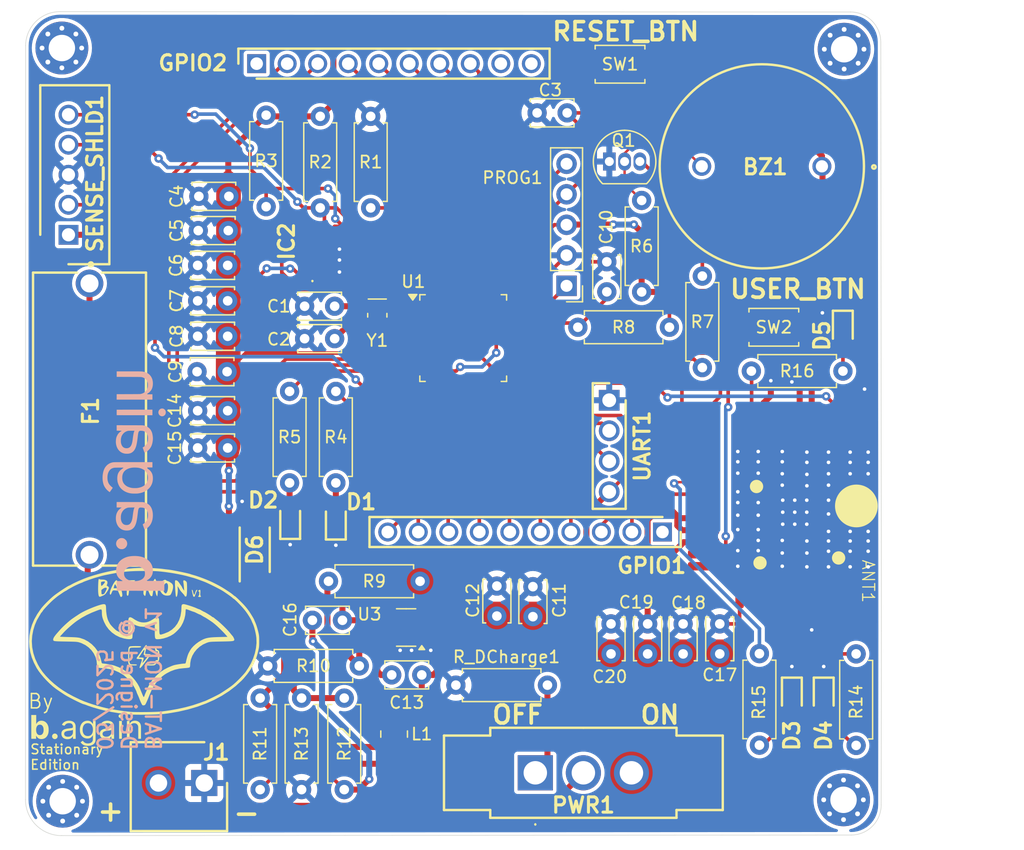
<source format=kicad_pcb>
(kicad_pcb (version 20240108) (generator "pcbnew") (generator_version "8.0")
  (title_block (title "Bat-mon v1 - Stationary Edition") (date "2025-03-12"))
  (layers (0 "F.Cu" signal) (31 "B.Cu" power) (34 "B.Paste" user) (35 "F.Paste" user) (36 "B.SilkS" user "B.Silkscreen") (37 "F.SilkS" user "F.Silkscreen") (38 "B.Mask" user) (39 "F.Mask" user) (44 "Edge.Cuts" user))
  (net 0 "")
  (net 1 "Net-(BZ1--)")
  (net 2 "+3.3V")
  (net 3 "Net-(U1-PC14)")
  (net 4 "GND")
  (net 5 "Net-(U1-PC15)")
  (net 6 "NRST")
  (net 7 "USER_BTN")
  (net 8 "VCC")
  (net 9 "Net-(U3-BOOT)")
  (net 10 "SW")
  (net 11 "Net-(C16-Pad2)")
  (net 12 "FB")
  (net 13 "Net-(D1-A)")
  (net 14 "Net-(D2-A)")
  (net 15 "PB2")
  (net 16 "PB1")
  (net 17 "PA4")
  (net 18 "PB12")
  (net 19 "PA5")
  (net 20 "PB13")
  (net 21 "PA6")
  (net 22 "PA7")
  (net 23 "PB0")
  (net 24 "PB4")
  (net 25 "PB6")
  (net 26 "PB3")
  (net 27 "PA1")
  (net 30 "PA0")
  (net 32 "PA15")
  (net 33 "PB5")
  (net 34 "WC")
  (net 37 "I2C1_SCL")
  (net 39 "I2C1_SDA")
  (net 40 "SWCLK")
  (net 41 "SWDIO")
  (net 42 "Net-(PWR1-A)")
  (net 43 "Net-(R8-Pad2)")
  (net 44 "Net-(Q1-B)")
  (net 45 "USER_LED")
  (net 46 "SYS_LED")
  (net 47 "Net-(U1-BOOT0)")
  (net 48 "ALARM_PWM")
  (net 49 "Net-(U3-EN)")
  (net 50 "Net-(PWR1-B)")
  (net 51 "RF_MOD_CTRL")
  (net 53 "USART2_RX")
  (net 54 "LPUART1_TX")
  (net 55 "INT_SENSOR")
  (net 57 "LPUART1_RX")
  (net 59 "USART2_TX")
  (net 61 "+24V")
  (net 64 "RF_MOD_RESET")
  (net 66 "BLE_STATUS_1")
  (net 67 "BLE_STATUS_2")
  (net 76 "Net-(D3-A)")
  (net 79 "Net-(D4-A)")
  (net 81 "BLE_STATUS")
  (net 82 "Net-(D5-A)")
  (footprint "Mouser_Footprints:SODFL4725X105N" (layer "F.Cu") (at 153.3 87.125 90)
    (property "Reference" "D6")
    (property "Value" "PTVS18VZ1USK" (hide yes))
  )
  (footprint "Package_TO_SOT_THT:TO-92_Inline" (layer "F.Cu") (at 182.81 54.8)
    (property "Reference" "Q1")
    (property "Value" "2SC1815")
  )
  (footprint "Capacitor_THT:C_Disc_D3.4mm_W2.1mm_P2.50mm" (layer "F.Cu") (at 151.05 75.55 180)
    (property "Reference" "C14")
    (property "Value" "22uF")
  )
  (footprint "Resistor_THT:R_Axial_DIN0207_L6.3mm_D2.5mm_P7.62mm_Horizontal" (layer "F.Cu") (at 154.25 58.56 90)
    (property "Reference" "R3")
    (property "Value" "2.2k")
  )
  (footprint "Capacitor_THT:C_Disc_D3.4mm_W2.1mm_P2.50mm" (layer "F.Cu") (at 182.95 93.3 -90)
    (property "Reference" "C20")
    (property "Value" "4.7uF")
  )
  (footprint "MountingHole:MountingHole_2.2mm_M2_Pad_Via" (layer "F.Cu") (at 202.3 107.95)
    (property "Reference" "H3" (hide yes))
    (property "Value" "MountingHole")
  )
  (footprint "LOGO" (layer "F.Cu") (at 139.25 102.15)
    (property "Reference" "G***" (hide yes))
    (property "Value" "LOGO" (hide yes))
  )
  (footprint "Mouser_Footprints:Header_F_1X10_61301011821" (layer "F.Cu") (at 187.23 85.65 180)
    (property "Reference" "GPIO1")
    (property "Value" "GPIO" (hide yes))
  )
  (footprint "MountingHole:MountingHole_2.2mm_M2_Pad_Via" (layer "F.Cu") (at 137.316726 108.066726)
    (property "Reference" "H4" (hide yes))
    (property "Value" "MountingHole")
  )
  (footprint "Resistor_THT:R_Axial_DIN0207_L6.3mm_D2.5mm_P7.62mm_Horizontal" (layer "F.Cu") (at 185.5 65.66 90)
    (property "Reference" "R6")
    (property "Value" "1k")
  )
  (footprint "Resistor_THT:R_Axial_DIN0207_L6.3mm_D2.5mm_P7.62mm_Horizontal" (layer "F.Cu") (at 154.38 96.8)
    (property "Reference" "R10")
    (property "Value" "100k")
  )
  (footprint "Capacitor_THT:C_Disc_D3.4mm_W2.1mm_P2.50mm" (layer "F.Cu") (at 148.5 72.3)
    (property "Reference" "C9")
    (property "Value" "100n")
  )
  (footprint "Package_TO_SOT_SMD:SOT-23-6" (layer "F.Cu") (at 165.9 93.6 180)
    (property "Reference" "U3")
    (property "Value" "TPS54302")
  )
  (footprint "Mouser_Footprints:RNBD350PE-I100 - BLE Module" (layer "F.Cu") (at 209.95 77.3 -90)
    (property "Reference" "ANT1")
    (property "Value" "RNBD350PE-I100")
  )
  (footprint "Mouser_Footprints:LEDC1608X80N" (layer "F.Cu") (at 200.65 99.35 -90)
    (property "Reference" "D4")
    (property "Value" "BLE_1" (hide yes))
  )
  (footprint "Resistor_THT:R_Axial_DIN0207_L6.3mm_D2.5mm_P7.62mm_Horizontal" (layer "F.Cu") (at 202.25 72.25 180)
    (property "Reference" "R16")
    (property "Value" "1K")
  )
  (footprint "Capacitor_THT:C_Disc_D3.4mm_W2.1mm_P2.50mm" (layer "F.Cu") (at 160.6 93 180)
    (property "Reference" "C16")
    (property "Value" "75pF")
  )
  (footprint "Mouser_Footprints:SHDR2W90P0X381_1X2_802X740X850P" (layer "F.Cu") (at 149.1 106.55 180)
    (property "Reference" "J1")
    (property "Value" "Screw_Terminal_01x02" (hide yes))
  )
  (footprint "Capacitor_THT:C_Disc_D3.4mm_W2.1mm_P2.50mm" (layer "F.Cu") (at 179.3 50.75 180)
    (property "Reference" "C3")
    (property "Value" "100n")
  )
  (footprint "Capacitor_THT:C_Disc_D3.4mm_W2.1mm_P2.50mm" (layer "F.Cu") (at 192 93.3 -90)
    (property "Reference" "C17")
    (property "Value" "0.1uF")
  )
  (footprint "Mouser_Footprints:LEDC1608X80N" (layer "F.Cu") (at 202.24 68.8 -90)
    (property "Reference" "D5")
    (property "Value" "BLE_0" (hide yes))
  )
  (footprint "Resistor_THT:R_Axial_DIN0207_L6.3mm_D2.5mm_P7.62mm_Horizontal" (layer "F.Cu") (at 160.05 81.56 90)
    (property "Reference" "R4")
    (property "Value" "1K")
  )
  (footprint "Button_Switch_SMD:SW_Push_SPST_NO_Alps_SKRK" (layer "F.Cu") (at 196.5 68.6 180)
    (property "Reference" "SW2")
    (property "Value" "USER")
  )
  (footprint "Mouser_Footprints:LEDC1608X80N" (layer "F.Cu") (at 198 99.35 -90)
    (property "Reference" "D3")
    (property "Value" "BLE_2" (hide yes))
  )
  (footprint "Inductor_SMD:L_1008_2520Metric" (layer "F.Cu") (at 164.9 102.475 -90)
    (property "Reference" "L1")
    (property "Value" "10uH")
  )
  (footprint "Mouser_Footprints:Header_M_1X4_61300411121" (layer "F.Cu") (at 182.8 74.68 -90)
    (property "Reference" "UART1")
    (property "Value" "Debug UART" (hide yes))
  )
  (footprint "Capacitor_THT:C_Disc_D3.4mm_W2.1mm_P2.50mm" (layer "F.Cu") (at 148.55 69.35)
    (property "Reference" "C8")
    (property "Value" "100n")
  )
  (footprint "Mouser_Footprints:PS17_1" (layer "F.Cu") (at 195.5 55.2 180)
    (property "Reference" "BZ1")
    (property "Value" "Buzzer" (hide yes))
  )
  (footprint "Capacitor_THT:C_Disc_D3.4mm_W2.1mm_P2.50mm" (layer "F.Cu") (at 186 93.3 -90)
    (property "Reference" "C19")
    (property "Value" "0.1uF")
  )
  (footprint "Button_Switch_SMD:SW_Push_SPST_NO_Alps_SKRK" (layer "F.Cu") (at 183.7 46.7 180)
    (property "Reference" "SW1")
    (property "Value" "RESET")
  )
  (footprint "Resistor_THT:R_Axial_DIN0207_L6.3mm_D2.5mm_P7.62mm_Horizontal" (layer "F.Cu") (at 153.75 107.1 90)
    (property "Reference" "R11")
    (property "Value" "50")
  )
  (footprint "Resistor_THT:R_Axial_DIN0207_L6.3mm_D2.5mm_P7.62mm_Horizontal" (layer "F.Cu") (at 160.75 107.1 90)
    (property "Reference" "R12")
    (property "Value" "62k")
  )
  (footprint "Mouser_Footprints:SHDR5W64P0X250_1X5_1490X575X700P" (layer "F.Cu") (at 137.8 60.9 -90)
    (property "Reference" "SENSE_SHLD1")
    (property "Value" "Sensor Shield" (hide yes))
  )
  (footprint "Resistor_THT:R_Axial_DIN0207_L6.3mm_D2.5mm_P7.62mm_Horizontal" (layer "F.Cu") (at 195.3 103.4 90)
    (property "Reference" "R15")
    (property "Value" "1K")
  )
  (footprint "Crystal:Crystal_SMD_MicroCrystal_CC8V-T1A-2Pin_2.0x1.2mm" (layer "F.Cu") (at 163.5 67.6 -90)
    (property "Reference" "Y1")
    (property "Value" "CM8V-4pF")
  )
  (footprint "Resistor_THT:R_Axial_DIN0207_L6.3mm_D2.5mm_P7.62mm_Horizontal" (layer "F.Cu") (at 157.2 107.1 90)
    (property "Reference" "R13")
    (property "Value" "13k")
  )
  (footprint "Connector_PinHeader_2.54mm:PinHeader_1x05_P2.54mm_Vertical" (layer "F.Cu") (at 179.25 65.15 180)
    (property "Reference" "PROG1")
    (property "Value" "Programmer")
  )
  (footprint "Capacitor_THT:C_Disc_D3.4mm_W2.1mm_P2.50mm" (layer "F.Cu") (at 151.05 78.65 180)
    (property "Reference" "C15")
    (property "Value" "22uF")
  )
  (footprint "Mouser_Footprints:M24M02EFMC6TG" (layer "F.Cu") (at 158.85 62.6)
    (property "Reference" "IC2")
    (property "Value" "M24M02E-FMC6TG" (hide yes))
  )
  (footprint "Resistor_THT:R_Axial_DIN0207_L6.3mm_D2.5mm_P7.62mm_Horizontal" (layer "F.Cu") (at 158.75 58.66 90)
    (property "Reference" "R2")
    (property "Value" "2.2k")
  )
  (footprint "Resistor_THT:R_Axial_DIN0207_L6.3mm_D2.5mm_P7.62mm_Horizontal" (layer "F.Cu") (at 180.19 68.6)
    (property "Reference" "R8")
    (property "Value" "1K")
  )
  (footprint "Capacitor_THT:C_Disc_D3.4mm_W2.1mm_P2.50mm" (layer "F.Cu") (at 159.95 69.55 180)
    (property "Reference" "C2")
    (property "Value" "8pF")
  )
  (footprint "Mouser_Footprints:WR-FSH_THT_2" (layer "F.Cu") (at 139.55 76.25 -90)
    (property "Reference" "F1")
    (property "Value" "Fuse" (hide yes))
  )
  (footprint "Capacitor_THT:C_Disc_D3.4mm_W2.1mm_P2.50mm" (layer "F.Cu") (at 167.2 97.55 180)
    (property "Reference" "C13")
    (property "Value" "0.1uF")
  )
  (footprint "Mouser_Footprints:SLW2327758AND" (layer "F.Cu") (at 176.65 105.7)
    (property "Reference" "PWR1")
    (property "Value" "SW_SPDT" (hide yes))
  )
  (footprint "Capacitor_THT:C_Disc_D3.4mm_W2.1mm_P2.50mm" (layer "F.Cu") (at 148.55 63.45)
    (property "Reference" "C6")
    (property "Value" "100n")
  )
  (footprint "Capacitor_THT:C_Disc_D3.4mm_W2.1mm_P2.50mm" (layer "F.Cu") (at 148.6 60.55)
    (property "Reference" "C5")
    (property "Value" "1u")
  )
  (footprint "Resistor_THT:R_Axial_DIN0207_L6.3mm_D2.5mm_P7.62mm_Horizontal" (layer "F.Cu") (at 156.2 81.56 90)
    (property "Reference" "R5")
    (property "Value" "1K")
  )
  (footprint "Capacitor_THT:C_Disc_D3.4mm_W2.1mm_P2.50mm" (layer "F.Cu") (at 173.45 90.15 -90)
    (property "Reference" "C12")
    (property "Value" "10uF")
  )
  (footprint "Resistor_THT:R_Axial_DIN0207_L6.3mm_D2.5mm_P7.62mm_Horizontal" (layer "F.Cu") (at 170.04 98.4)
    (property "Reference" "R_DCharge1")
    (property "Value" "1M")
  )
  (footprint "Capacitor_THT:C_Disc_D3.4mm_W2.1mm_P2.50mm" (layer "F.Cu") (at 188.95 93.3 -90)
    (property "Reference" "C18")
    (property "Value" "4.7uF")
  )
  (footprint "Package_QFP:LQFP-48_7x7mm_P0.5mm" (layer "F.Cu") (at 170.65 69.5)
    (property "Reference" "U1")
    (property "Value" "STM32L010C6Tx")
  )
  (footprint "Capacitor_THT:C_Disc_D3.4mm_W2.1mm_P2.50mm" (layer "F.Cu") (at 182.6 63.15 -90)
    (property "Reference" "C10")
    (property "Value" "100n")
  )
  (footprint "Mouser_Footprints:LEDC1608X80N" (layer "F.Cu") (at 156.25 84.65 90)
    (property "Reference" "D2")
    (property "Value" "LED2" (hide yes))
  )
  (footprint "MountingHole:MountingHole_2.2mm_M2_Pad_Via" (layer "F.Cu") (at 202.35 45.45)
    (property "Reference" "H2" (hide yes))
    (property "Value" "MountingHole")
  )
  (footprint "Mouser_Footprints:Header_F_1X10_61301011821" (layer "F.Cu") (at 153.46 46.65)
    (property "Reference" "GPIO2")
    (property "Value" "GPIO" (hide yes))
  )
  (footprint "Resistor_THT:R_Axial_DIN0207_L6.3mm_D2.5mm_P7.62mm_Horizontal" (layer "F.Cu") (at 162.95 51.04 -90)
    (property "Reference" "R1")
    (property "Value" "10k")
  )
  (footprint "Capacitor_THT:C_Disc_D3.4mm_W2.1mm_P2.50mm" (layer "F.Cu") (at 159.95 66.85 180)
    (property "Reference" "C1")
    (property "Value" "8pF")
  )
  (footprint "Capacitor_THT:C_Disc_D3.4mm_W2.1mm_P2.50mm" (layer "F.Cu") (at 148.65 57.7)
    (property "Reference" "C4")
    (property "Value" "10u")
  )
  (footprint "Capacitor_THT:C_Disc_D3.4mm_W2.1mm_P2.50mm" (layer "F.Cu") (at 176.45 90.2 -90)
    (property "Reference" "C11")
    (property "Value" "0.1uF")
  )
  (footprint "Resistor_THT:R_Axial_DIN0207_L6.3mm_D2.5mm_P7.62mm_Horizontal" (layer "F.Cu") (at 190.55 71.96 90)
    (property "Reference" "R7")
    (property "Value" "1k")
  )
  (footprint "Mouser_Footprints:LEDC1608X80N" (layer "F.Cu") (at 160.05 84.7 90)
    (property "Reference" "D1")
    (property "Value" "LED1" (hide yes))
  )
  (footprint "Resistor_THT:R_Axial_DIN0207_L6.3mm_D2.5mm_P7.62mm_Horizontal" (layer "F.Cu") (at 203.35 103.42 90)
    (property "Reference" "R14")
    (property "Value" "1K")
  )
  (footprint "LOGO" (layer "F.Cu") (at 144.031996 94.703848)
    (property "Reference" "G***" (hide yes))
    (property "Value" "LOGO" (hide yes))
  )
  (footprint "MountingHole:MountingHole_2.2mm_M2_Pad_Via" (layer "F.Cu") (at 137.25 45.35)
    (property "Reference" "H1" (hide yes))
    (property "Value" "MountingHole")
  )
  (footprint "Resistor_THT:R_Axial_DIN0207_L6.3mm_D2.5mm_P7.62mm_Horizontal" (layer "F.Cu") (at 167.06 89.75 180)
    (property "Reference" "R9")
    (property "Value" "510k")
  )
  (footprint "Capacitor_THT:C_Disc_D3.4mm_W2.1mm_P2.50mm" (layer "F.Cu") (at 148.55 66.4)
    (property "Reference" "C7")
    (property "Value" "100n")
  )
  (footprint "LOGO" (layer "B.Cu") (at 143.25 81.45 90)
    (property "Reference" "G***" (hide yes))
    (property "Value" "LOGO" (hide yes))
  )
  (gr_arc (start 134.232234 45.149938) (mid 135.071729 43.155468) (end 137.068421 42.321262) (stroke (width 0.05)) (layer "Edge.Cuts"))
  (gr_arc (start 205.432233 108.382233) (mid 204.69999 110.14999) (end 202.932233 110.882233) (stroke (width 0.05)) (layer "Edge.Cuts"))
  (gr_line (start 205.432233 108.382233) (end 205.45 93.9) (stroke (width 0.05)) (layer "Edge.Cuts"))
  (gr_line (start 137.22132 110.92868) (end 202.932233 110.882233) (stroke (width 0.05)) (layer "Edge.Cuts"))
  (gr_arc (start 202.882234 42.349938) (mid 204.656305 43.081124) (end 205.4 44.85) (stroke (width 0.05)) (layer "Edge.Cuts"))
  (gr_line (start 137.068421 42.321262) (end 202.882234 42.349938) (stroke (width 0.05)) (layer "Edge.Cuts"))
  (gr_line (start 134.22132 107.92868) (end 134.232234 45.149938) (stroke (width 0.05)) (layer "Edge.Cuts"))
  (gr_line (start 205.45 93.9) (end 205.4 44.85) (stroke (width 0.05)) (layer "Edge.Cuts"))
  (gr_arc (start 137.22132 110.92868) (mid 135.1 110.05) (end 134.22132 107.92868) (stroke (width 0.05)) (layer "Edge.Cuts"))
  (gr_text "BAT-MON v1\nDesigned @ \n03/2025" (at 140.05 103.95 -90) (layer "B.SilkS") (effects (font (size 1.25 1.25) (thickness 0.2) (bold yes)) (justify left bottom mirror)))
  (gr_text "ON" (at 185.25 101.75 0) (layer "F.SilkS") (effects (font (size 1.5 1.5) (thickness 0.3) (bold yes)) (justify left bottom)))
  (gr_text "Stationary\nEdition" (at 134.55 105.5 0) (layer "F.SilkS") (effects (font (size 0.8 0.8) (thickness 0.125)) (justify left bottom)))
  (gr_text "RESET_BTN" (at 177.9 44.85 0) (layer "F.SilkS") (effects (font (size 1.5 1.5) (thickness 0.3) (bold yes)) (justify left bottom)))
  (gr_text "-" (at 153.9 108.25 180) (layer "F.SilkS") (effects (font (size 1.75 1.75) (thickness 0.3) (bold yes)) (justify left bottom)))
  (gr_text "USER_BTN" (at 192.7 66.3 0) (layer "F.SilkS") (effects (font (size 1.5 1.5) (thickness 0.3) (bold yes)) (justify left bottom)))
  (gr_text "OFF" (at 172.9 101.75 0) (layer "F.SilkS") (effects (font (size 1.5 1.5) (thickness 0.3) (bold yes)) (justify left bottom)))
  (gr_text "By" (at 134.35 100.45 0) (layer "F.SilkS") (effects (font (size 1.2 1.2) (thickness 0.125)) (justify left bottom)))
  (gr_text "+" (at 142.2 110.25 90) (layer "F.SilkS") (effects (font (size 1.75 1.75) (thickness 0.3) (bold yes)) (justify left bottom)))
  (segment (start 184.08 56.62) (end 184.08 54.8) (width 0.2) (layer "F.Cu") (net 1))
  (segment (start 184.7 53.5) (end 188.8 53.5) (width 0.2) (layer "F.Cu") (net 1))
  (segment (start 185.5 58.04) (end 184.08 56.62) (width 0.2) (layer "F.Cu") (net 1))
  (segment (start 184.08 54.8) (end 184.08 54.12) (width 0.2) (layer "F.Cu") (net 1))
  (segment (start 184.08 54.12) (end 184.7 53.5) (width 0.2) (layer "F.Cu") (net 1))
  (segment (start 188.8 53.5) (end 190.5 55.2) (width 0.2) (layer "F.Cu") (net 1))
  (segment (start 184.35 80.75) (end 182.8 82.3) (width 0.3) (layer "F.Cu") (net 2))
  (segment (start 188.4675 85.1175) (end 188.85 85.5) (width 0.5) (layer "F.Cu") (net 2))
  (segment (start 158.1 60.65) (end 157.85 60.4) (width 0.3) (layer "F.Cu") (net 2))
  (segment (start 157.45 64.7) (end 157.6 64.85) (width 0.3) (layer "F.Cu") (net 2))
  (segment (start 153.4 87.05) (end 152.2 87.05) (width 0.5) (layer "F.Cu") (net 2))
  (segment (start 157.05 60.6) (end 157.05 64.3) (width 0.3) (layer "F.Cu") (net 2))
  (segment (start 200.5 55.2) (end 200.5 54.335) (width 0.5) (layer "F.Cu") (net 2))
  (segment (start 154.35 51.04) (end 154.25 50.94) (width 0.5) (layer "F.Cu") (net 2))
  (segment (start 185.9925 84.6575) (end 186.7 83.95) (width 0.5) (layer "F.Cu") (net 2))
  (segment (start 143.3 78.15) (end 143.3 64.9) (width 0.5) (layer "F.Cu") (net 2))
  (segment (start 151.15 83.5) (end 151.15 86) (width 0.5) (layer "F.Cu") (net 2))
  (segment (start 183.15 60.05) (end 179.27 60.05) (width 0.5) (layer "F.Cu") (net 2))
  (segment (start 179.25 87.55) (end 156.26 87.55) (width 0.5) (layer "F.Cu") (net 2))
  (segment (start 164.1 64) (end 167.55 64) (width 0.3) (layer "F.Cu") (net 2))
  (segment (start 199.65 71.65) (end 198.6 70.6) (width 0.5) (layer "F.Cu") (net 2))
  (segment (start 155.75 89.4) (end 155.08 88.73) (width 0.5) (layer "F.Cu") (net 2))
  (segment (start 155.75 97.48) (end 155.75 89.4) (width 0.5) (layer "F.Cu") (net 2))
  (segment (start 156.26 87.55) (end 155.08 88.73) (width 0.5) (layer "F.Cu") (net 2))
  (segment (start 160.6 44.4) (end 159.8425 45.1575) (width 0.5) (layer "F.Cu") (net 2))
  (segment (start 157.82 103.55) (end 153.75 99.48) (width 0.5) (layer "F.Cu") (net 2))
  (segment (start 185.9925 87.4075) (end 185.9925 84.6575) (width 0.5) (layer "F.Cu") (net 2))
  (segment (start 151.15 80.55) (end 151.15 78.75) (width 0.5) (layer "F.Cu") (net 2))
  (segment (start 154.3 63.7) (end 151.6 66.4) (width 0.3) (layer "F.Cu") (net 2))
  (segment (start 200.55 55.25) (end 200.5 55.2) (width 0.5) (layer "F.Cu") (net 2))
  (segment (start 185.5 60.7) (end 184.85 60.05) (width 0.5) (layer "F.Cu") (net 2))
  (segment (start 186.7 83.95) (end 188.1 83.95) (width 0.5) (layer "F.Cu") (net 2))
  (segment (start 159.8425 45.1575) (end 159.8425 49.9475) (width 0.5) (layer "F.Cu") (net 2))
  (segment (start 180.9 86.5) (end 179.85 87.55) (width 0.5) (layer "F.Cu") (net 2))
  (segment (start 200.55 61.45) (end 200.55 55.25) (width 0.5) (layer "F.Cu") (net 2))
  (segment (start 173.4 74.8) (end 174.55 75.95) (width 0.3) (layer "F.Cu") (net 2))
  (segment (start 151.6 66.4) (end 151.05 66.4) (width 0.3) (layer "F.Cu") (net 2))
  (segment (start 158.1 61.2) (end 158.1 60.65) (width 0.3) (layer "F.Cu") (net 2))
  (segment (start 173.4 73.6625) (end 173.4 74.8) (width 0.3) (layer "F.Cu") (net 2))
  (segment (start 188.4675 84.3175) (end 188.4675 85.1175) (width 0.5) (layer "F.Cu") (net 2))
  (segment (start 184.35 76.55) (end 184.35 80.75) (width 0.3) (layer "F.Cu") (net 2))
  (segment (start 190.565 44.4) (end 160.6 44.4) (width 0.5) (layer "F.Cu") (net 2))
  (segment (start 162.1 64.85) (end 162.95 64) (width 0.3) (layer "F.Cu") (net 2))
  (segment (start 182.95 95.8) (end 182.85 95.8) (width 0.5) (layer "F.Cu") (net 2))
  (segment (start 152.2 87.05) (end 143.3 78.15) (width 0.5) (layer "F.Cu") (net 2))
  (segment (start 151.1 54.09) (end 151.1 57.65) (width 0.5) (layer "F.Cu") (net 2))
  (segment (start 153.75 99.48) (end 155.75 97.48) (width 0.5) (layer "F.Cu") (net 2))
  (segment (start 154.25 50.94) (end 151.1 54.09) (width 0.5) (layer "F.Cu") (net 2))
  (segment (start 188.65 84.5) (end 190.65 84.5) (width 0.5) (layer "F.Cu") (net 2))
  (segment (start 152.55 70.75) (end 151 72.3) (width 0.3) (layer "F.Cu") (net 2))
  (segment (start 199.65 76.7) (end 199.65 71.65) (width 0.5) (layer "F.Cu") (net 2))
  (segment (start 157.25 60.4) (end 157.05 60.6) (width 0.3) (layer "F.Cu") (net 2))
  (segment (start 166.4875 70.75) (end 152.55 70.75) (width 0.3) (layer "F.Cu") (net 2))
  (segment (start 151.15 86) (end 152.2 87.05) (width 0.5) (layer "F.Cu") (net 2))
  (segment (start 198.6 68.6) (end 198.6 63.4) (width 0.5) (layer "F.Cu") (net 2))
  (segment (start 177 61.3) (end 178.23 60.07) (width 0.3) (layer "F.Cu") (net 2))
  (segment (start 157.85 60.4) (end 157.25 60.4) (width 0.3) (layer "F.Cu") (net 2))
  (segment (start 180.85 89.15) (end 179.25 87.55) (width 0.5) (layer "F.Cu") (net 2))
  (segment (start 159.8425 49.9475) (end 158.75 51.04) (width 0.5) (layer "F.Cu") (net 2))
  (segment (start 164.9 103.55) (end 157.82 103.55) (width 0.5) (layer "F.Cu") (net 2))
  (segment (start 185.85 87.55) (end 185.9925 87.4075) (width 0.5) (layer "F.Cu") (net 2))
  (segment (start 151.1 57.65) (end 151.15 57.7) (width 0.5) (layer "F.Cu") (net 2))
  (segment (start 167.9 64.35) (end 167.9 65.3375) (width 0.3) (layer "F.Cu") (net 2))
  (segment (start 200.5 54.335) (end 190.565 44.4) (width 0.5) (layer "F.Cu") (net 2))
  (segment (start 188.425 84.275) (end 188.4675 84.3175) (width 0.5) (layer "F.Cu") (net 2))
  (segment (start 178.23 60.07) (end 179.25 60.07) (width 0.3) (layer "F.Cu") (net 2))
  (segment (start 158.75 51.04) (end 154.35 51.04) (width 0.5) (layer "F.Cu") (net 2))
  (segment (start 188.85 85.5) (end 190.65 85.5) (width 0.5) (layer "F.Cu") (net 2))
  (segment (start 179.25 87.55) (end 185.85 87.55) (width 0.5) (layer "F.Cu") (net 2))
  (segment (start 185.5 65.66) (end 185.5 60.7) (width 0.5) (layer "F.Cu") (net 2))
  (segment (start 151.15 78.75) (end 151.05 78.65) (width 0.5) (layer "F.Cu") (net 2))
  (segment (start 155.08 88.73) (end 153.4 87.05) (width 0.5) (layer "F.Cu") (net 2))
  (segment (start 167.55 64) (end 167.9 64.35) (width 0.3) (layer "F.Cu") (net 2))
  (segment (start 157.05 64.3) (end 157.45 64.7) (width 0.3) (layer "F.Cu") (net 2))
  (segment (start 198.6 70.6) (end 198.6 68.6) (width 0.5) (layer "F.Cu") (net 2))
  (segment (start 180.85 93.8) (end 180.85 89.15) (width 0.5) (layer "F.Cu") (net 2))
  (segment (start 198.6 63.4) (end 200.55 61.45) (width 0.5) (layer "F.Cu") (net 2))
  (segment (start 179.27 60.05) (end 179.25 60.07) (width 0.5) (layer "F.Cu") (net 2))
  (segment (start 177 65.55) (end 177 61.3) (width 0.3) (layer "F.Cu") (net 2))
  (segment (start 182.8 82.3) (end 180.9 84.2) (width 0.5) (layer "F.Cu") (net 2))
  (segment (start 143.3 64.9) (end 139.3 60.9) (width 0.5) (layer "F.Cu") (net 2))
  (segment (start 157.45 64.7) (end 156.475 63.725) (width 0.3) (layer "F.Cu") (net 2))
  (segment (start 174.55 75.95) (end 183.75 75.95) (width 0.3) (layer "F.Cu") (net 2))
  (segment (start 180.9 84.2) (end 180.9 86.5) (width 0.5) (layer "F.Cu") (net 2))
  (segment (start 183.75 75.95) (end 184.35 76.55) (width 0.3) (layer "F.Cu") (net 2))
  (segment (start 188.1 83.95) (end 188.65 84.5) (width 0.5) (layer "F.Cu") (net 2))
  (segment (start 196.34 65.66) (end 185.5 65.66) (width 0.5) (layer "F.Cu") (net 2))
  (segment (start 182.85 95.8) (end 180.85 93.8) (width 0.5) (layer "F.Cu") (net 2))
  (segment (start 174.8125 66.75) (end 175.8 66.75) (width 0.3) (layer "F.Cu") (net 2))
  (segment (start 162.95 64) (end 164.1 64) (width 0.3) (layer "F.Cu") (net 2))
  (segment (start 139.3 60.9) (end 137.8 60.9) (width 0.5) (layer "F.Cu") (net 2))
  (segment (start 175.8 66.75) (end 177 65.55) (width 0.3) (layer "F.Cu") (net 2))
  (segment (start 200 62) (end 196.34 65.66) (width 0.5) (layer "F.Cu") (net 2))
  (segment (start 156.475 63.725) (end 156.25 63.725) (width 0.3) (layer "F.Cu") (net 2))
  (segment (start 157.6 64.85) (end 162.1 64.85) (width 0.3) (layer "F.Cu") (net 2))
  (via (at 151.15 83.5) (size 0.7) (drill 0.3) (layers "F.Cu" "B.Cu") (net 2))
  (via (at 151.15 80.55) (size 0.7) (drill 0.3) (layers "F.Cu" "B.Cu") (net 2))
  (via (at 154.3 63.7) (size 0.7) (drill 0.3) (layers "F.Cu" "B.Cu") (net 2))
  (via (at 184.85 60.05) (size 0.7) (drill 0.3) (layers "F.Cu" "B.Cu") (net 2))
  (via (at 156.25 63.725) (size 0.7) (drill 0.3) (layers "F.Cu" "B.Cu") (net 2))
  (via (at 183.15 60.05) (size 0.7) (drill 0.3) (layers "F.Cu" "B.Cu") (net 2))
  (segment (start 156.225 63.7) (end 156.25 63.725) (width 0.3) (layer "B.Cu") (net 2))
  (segment (start 154.3 63.7) (end 156.225 63.7) (width 0.3) (layer "B.Cu") (net 2))
  (segment (start 184.85 60.05) (end 183.15 60.05) (width 0.5) (layer "B.Cu") (net 2))
  (segment (start 151.15 83.5) (end 151.15 80.55) (width 0.5) (layer "B.Cu") (net 2))
  (segment (start 159.95 66.85) (end 163.5 66.85) (width 0.5) (layer "F.Cu") (net 3))
  (segment (start 164.6 66.85) (end 163.5 66.85) (width 0.2) (layer "F.Cu") (net 3))
  (segment (start 166.4875 67.75) (end 165.5 67.75) (width 0.2) (layer "F.Cu") (net 3))
  (segment (start 165.5 67.75) (end 164.6 66.85) (width 0.2) (layer "F.Cu") (net 3))
  (segment (start 174.8125 67.25) (end 176.25 67.25) (width 0.3) (layer "F.Cu") (net 4))
  (segment (start 173.97188 67.25) (end 174.8125 67.25) (width 0.3) (layer "F.Cu") (net 4))
  (segment (start 168.4 64.142894) (end 167.507106 63.25) (width 0.3) (layer "F.Cu") (net 4))
  (segment (start 195.65 74.9) (end 195.65 76.05) (width 0.5) (layer "F.Cu") (net 4))
  (segment (start 198 73.15) (end 198.65 73.8) (width 0.5) (layer "F.Cu") (net 4))
  (segment (start 180.55 49.35) (end 178.2 49.35) (width 0.2) (layer "F.Cu") (net 4))
  (segment (start 172.9 71.82188) (end 172.9 73.6625) (width 0.3) (layer "F.Cu") (net 4))
  (segment (start 175.75812 74.68) (end 173.32812 72.25) (width 0.3) (layer "F.Cu") (net 4))
  (segment (start 160.6 63.25) (end 160.35 63) (width 0.3) (layer "F.Cu") (net 4))
  (segment (start 180.76 62.61) (end 179.25 62.61) (width 0.3) (layer "F.Cu") (net 4))
  (segment (start 199.65 91.75) (end 199.65 93.8) (width 0.5) (layer "F.Cu") (net 4))
  (segment (start 193.65 91.3) (end 193.65 93) (width 0.3) (layer "F.Cu") (net 4))
  (segment (start 170.98594 70.25) (end 172.85 68.38594) (width 0.3) (layer "F.Cu") (net 4))
  (segment (start 198.65 73.8) (end 198.65 76.5) (width 0.5) (layer "F.Cu") (net 4))
  (segment (start 160.05 86.75) (end 160.05 85.45) (width 0.5) (layer "F.Cu") (net 4))
  (segment (start 193.65 93) (end 193.35 93.3) (width 0.3) (layer "F.Cu") (net 4))
  (segment (start 177.75 64.11) (end 179.25 62.61) (width 0.3) (layer "F.Cu") (net 4))
  (segment (start 189 86.5) (end 191.25 86.5) (width 0.5) (layer "F.Cu") (net 4))
  (segment (start 176.25 67.25) (end 177.75 65.75) (width 0.3) (layer "F.Cu") (net 4))
  (segment (start 181.3 63.15) (end 180.76 62.61) (width 0.3) (layer "F.Cu") (net 4))
  (segment (start 196.25 73.05) (end 196.25 74.3) (width 0.5) (layer "F.Cu") (net 4))
  (segment (start 202.24 68.05) (end 201.19 68.05) (width 0.3) (layer "F.Cu") (net 4))
  (segment (start 181.6 46.7) (end 181.6 48.3) (width 0.2) (layer "F.Cu") (net 4))
  (segment (start 202.65 75.15) (end 204.05 73.75) (width 0.5) (layer "F.Cu") (net 4))
  (segment (start 200.65 98.6) (end 200.65 96.85) (width 0.5) (layer "F.Cu") (net 4))
  (segment (start 177.75 65.75) (end 177.75 64.11) (width 0.3) (layer "F.Cu") (net 4))
  (segment (start 168.4 65.3375) (end 168.4 64.142894) (width 0.3) (layer "F.Cu") (net 4))
  (segment (start 173.32812 72.25) (end 172 70.92188) (width 0.3) (layer "F.Cu") (net 4))
  (segment (start 172.85 68.37188) (end 173.97188 67.25) (width 0.3) (layer "F.Cu") (net 4))
  (segment (start 201.19 68.05) (end 200.54 67.4) (width 0.3) (layer "F.Cu") (net 4))
  (segment (start 172.85 68.38594) (end 172.85 68.37188) (width 0.3) (layer "F.Cu") (net 4))
  (segment (start 172 69.22188) (end 173.97188 67.25) (width 0.3) (layer "F.Cu") (net 4))
  (segment (start 186 89.5) (end 189 86.5) (width 0.5) (layer "F.Cu") (net 4))
  (segment (start 182.8 74.68) (end 175.75812 74.68) (width 0.3) (layer "F.Cu") (net 4))
  (segment (start 167.507106 63.25) (end 160.6 63.25) (width 0.3) (layer "F.Cu") (net 4))
  (segment (start 173.32812 72.25) (end 172.9 71.82188) (width 0.3) (layer "F.Cu") (net 4))
  (segment (start 166.4875 70.25) (end 170.98594 70.25) (width 0.3) (layer "F.Cu") (net 4))
  (segment (start 186 93.3) (end 186 89.5) (width 0.5) (layer "F.Cu") (net 4))
  (segment (start 153.3 84.15) (end 152.25 83.1) (width 0.5) (layer "F.Cu") (net 4))
  (segment (start 153.3 85.05) (end 153.3 84.15) (width 0.5) (layer "F.Cu") (net 4))
  (segment (start 181.6 48.3) (end 180.55 49.35) (width 0.2) (layer "F.Cu") (net 4))
  (segment (start 172 70.92188) (end 172 69.22188) (width 0.3) (layer "F.Cu") (net 4))
  (segment (start 193.35 93.3) (end 192 93.3) (width 0.3) (layer "F.Cu") (net 4))
  (segment (start 182.6 63.15) (end 181.3 63.15) (width 0.3) (layer "F.Cu") (net 4))
  (segment (start 178.2 49.35) (end 176.8 50.75) (width 0.2) (layer "F.Cu") (net 4))
  (segment (start 196.25 74.3) (end 195.65 74.9) (width 0.5) (layer "F.Cu") (net 4))
  (segment (start 156.25 86.7) (end 156.25 85.4) (width 0.5) (layer "F.Cu") (net 4))
  (segment (start 198 96.85) (end 198 98.6) (width 0.5) (layer "F.Cu") (net 4))
  (segment (start 202.65 76.35) (end 202.65 75.15) (width 0.5) (layer "F.Cu") (net 4))
  (via (at 201.05 87.25) (size 0.7) (drill 0.3) (layers "F.Cu" "B.Cu") (net 4))
  (via (at 193.5 87.2) (size 0.7) (drill 0.3) (layers "F.Cu" "B.Cu") (net 4))
  (via (at 195.2 84.25) (size 0.7) (drill 0.3) (layers "F.Cu" "B.Cu") (net 4))
  (via (at 196.25 73.05) (size 0.7) (drill 0.3) (layers "F.Cu" "B.Cu") (net 4))
  (via (at 193.5 84.25) (size 0.7) (drill 0.3) (layers "F.Cu" "B.Cu") (net 4))
  (via (at 160.35 63) (size 0.7) (drill 0.3) (layers "F.Cu" "B.Cu") (net 4))
  (via (at 199.24 85) (size 0.7) (drill 0.3) (layers "F.Cu" "B.Cu") (net 4))
  (via (at 195.2 86.35) (size 0.7) (drill 0.3) (layers "F.Cu" "B.Cu") (net 4))
  (via (at 160.35 64) (size 0.7) (drill 0.3) (layers "F.Cu" "B.Cu") (net 4))
  (via (at 193.5 83.2) (size 0.7) (drill 0.3) (layers "F.Cu" "B.Cu") (net 4))
  (via (at 193.5 85.45) (size 0.7) (drill 0.3) (layers "F.Cu" "B.Cu") (net 4))
  (via (at 201.05 79.85) (size 0.7) (drill 0.3) (layers "F.Cu" "B.Cu") (net 4))
  (via (at 204.35 85.6) (size 0.7) (drill 0.3) (layers "F.Cu" "B.Cu") (net 4))
  (via (at 202.85 86.4) (size 0.7) (drill 0.3) (layers "F.Cu" "B.Cu") (net 4))
  (via (at 193.5 78.95) (size 0.7) (drill 0.3) (layers "F.Cu" "B.Cu") (net 4))
  (via (at 201.05 86.4) (size 0.7) (drill 0.3) (layers "F.Cu" "B.Cu") (net 4))
  (via (at 199.25 87.4) (size 0.7) (drill 0.3) (layers "F.Cu" "B.Cu") (net 4))
  (via (at 156.25 86.7) (size 0.7) (drill 0.3) (layers "F.Cu" "B.Cu") (net 4))
  (via (at 201.05 80.8) (size 0.7) (drill 0.3) (layers "F.Cu" "B.Cu") (net 4))
  (via (at 193.5 88.5) (size 0.7) (drill 0.3) (layers "F.Cu" "B.Cu") (net 4))
  (via (at 200.65 96.85) (size 0.7) (drill 0.3) (layers "F.Cu" "B.Cu") (net 4))
  (via (at 166.35 95.5) (size 0.7) (drill 0.3) (layers "F.Cu" "B.Cu") (net 4))
  (via (at 204.35 80.8) (size 0.7) (drill 0.3) (layers "F.Cu" "B.Cu") (net 4))
  (via (at 201.05 88.55) (size 0.7) (drill 0.3) (layers "F.Cu" "B.Cu") (net 4))
  (via (at 197.2 79.8) (size 0.7) (drill 0.3) (layers "F.Cu" "B.Cu") (net 4))
  (via (at 193.5 80.75) (size 0.7) (drill 0.3) (layers "F.Cu" "B.Cu") (net 4))
  (via (at 201.05 84.15) (size 0.7) (drill 0.3) (layers "F.Cu" "B.Cu") (net 4))
  (via (at 204.35 79) (size 0.7) (drill 0.3) (layers "F.Cu" "B.Cu") (net 4))
  (via (at 152.25 83.1) (size 0.7) (drill 0.3) (layers "F.Cu" "B.Cu") (net 4))
  (via (at 202.85 80.8) (size 0.7) (drill 0.3) (layers "F.Cu" "B.Cu") (net 4))
  (via (at 201.05 85.6) (size 0.7) (drill 0.3) (layers "F.Cu" "B.Cu") (net 4))
  (via (at 201.05 79) (size 0.7) (drill 0.3) (layers "F.Cu" "B.Cu") (net 4))
  (via (at 160.35 62.1) (size 0.7) (drill 0.3) (layers "F.Cu" "B.Cu") (net 4))
  (via (at 195.2 79.8) (size 0.7) (drill 0.3) (layers "F.Cu" "B.Cu") (net 4))
  (via (at 199.25 81.8) (size 0.7) (drill 0.3) (layers "F.Cu" "B.Cu") (net 4))
  (via (at 202.85 85.6) (size 0.7) (drill 0.3) (layers "F.Cu" "B.Cu") (net 4))
  (via (at 199.24 84) (size 0.7) (drill 0.3) (layers "F.Cu" "B.Cu") (net 4))
  (via (at 167.95 95.5) (size 0.7) (drill 0.3) (layers "F.Cu" "B.Cu") (net 4))
  (via (at 198 73.15) (size 0.7) (drill 0.3) (layers "F.Cu" "B.Cu") (net 4))
  (via (at 197.2 81.75) (size 0.7) (drill 0.3) (layers "F.Cu" "B.Cu") (net 4))
  (via (at 195.2 80.75) (size 0.7) (drill 0.3) (layers "F.Cu" "B.Cu") (net 4))
  (via (at 197.2 86.35) (size 0.7) (drill 0.3) (layers "F.Cu" "B.Cu") (net 4))
  (via (at 197.2 78.95) (size 0.7) (drill 0.3) (layers "F.Cu" "B.Cu") (net 4))
  (via (at 198.24 85) (size 0.7) (drill 0.3) (layers "F.Cu" "B.Cu") (net 4))
  (via (at 193.5 82.3) (size 0.7) (drill 0.3) (layers "F.Cu" "B.Cu") (net 4))
  (via (at 204.05 73.75) (size 0.7) (drill 0.3) (layers "F.Cu" "B.Cu") (net 4))
  (via (at 198.24 84) (size 0.7) (drill 0.3) (layers "F.Cu" "B.Cu") (net 4))
  (via (at 199.24 83) (size 0.7) (drill 0.3) (layers "F.Cu" "B.Cu") (net 4))
  (via (at 202.85 88.55) (size 0.7) (drill 0.3) (layers "F.Cu" "B.Cu") (net 4))
  (via (at 199.65 93.8) (size 0.7) (drill 0.3) (layers "F.Cu" "B.Cu") (net 4))
  (via (at 200.54 67.4) (size 0.7) (drill 0.3) (layers "F.Cu" "B.Cu") (net 4))
  (via (at 199.25 80.85) (size 0.7) (drill 0.3) (layers "F.Cu" "B.Cu") (net 4))
  (via (at 202.85 79) (size 0.7) (drill 0.3) (layers "F.Cu" "B.Cu") (net 4))
  (via (at 198 96.85) (size 0.7) (drill 0.3) (layers "F.Cu" "B.Cu") (net 4))
  (via (at 195.2 87.2) (size 0.7) (drill 0.3) (layers "F.Cu" "B.Cu") (net 4))
  (via (at 204.35 88.55) (size 0.7) (drill 0.3) (layers "F.Cu" "B.Cu") (net 4))
  (via (at 195.2 83.2) (size 0.7) (drill 0.3) (layers "F.Cu" "B.Cu") (net 4))
  (via (at 202.85 79.85) (size 0.7) (drill 0.3) (layers "F.Cu" "B.Cu") (net 4))
  (via (at 204.35 86.4) (size 0.7) (drill 0.3) (layers "F.Cu" "B.Cu") (net 4))
  (via (at 197.2 88.5) (size 0.7) (drill 0.3) (layers "F.Cu" "B.Cu") (net 4))
  (via (at 160.05 86.75) (size 0.7) (drill 0.3) (layers "F.Cu" "B.Cu") (net 4))
  (via (at 204.35 87.25) (size 0.7) (drill 0.3) (layers "F.Cu" "B.Cu") (net 4))
  (via (at 195.2 85.45) (size 0.7) (drill 0.3) (layers "F.Cu" "B.Cu") (net 4))
  (via (at 201.05 83) (size 0.7) (drill 0.3) (layers "F.Cu" "B.Cu") (net 4))
  (via (at 202.85 87.25) (size 0.7) (drill 0.3) (layers "F.Cu" "B.Cu") (net 4))
  (via (at 198.24 83) (size 0.7) (drill 0.3) (layers "F.Cu" "B.Cu") (net 4))
  (via (at 204.35 79.85) (size 0.7) (drill 0.3) (layers "F.Cu" "B.Cu") (net 4))
  (via (at 197.2 87.4) (size 0.7) (drill 0.3) (layers "F.Cu" "B.Cu") (net 4))
  (via (at 165.4 95.5) (size 0.7) (drill 0.3) (layers "F.Cu" "B.Cu") (net 4))
  (via (at 199.25 88.55) (size 0.7) (drill 0.3) (layers "F.Cu" "B.Cu") (net 4))
  (via (at 195.2 78.95) (size 0.7) (drill 0.3) (layers "F.Cu" "B.Cu") (net 4))
  (via (at 199.25 86.4) (size 0.7) (drill 0.3) (layers "F.Cu" "B.Cu") (net 4))
  (via (at 201.05 81.75) (size 0.7) (drill 0.3) (layers "F.Cu" "B.Cu") (net 4))
  (via (at 197.24 83) (size 0.7) (drill 0.3) (layers "F.Cu" "B.Cu") (net 4))
  (via (at 197.24 85) (size 0.7) (drill 0.3) (layers "F.Cu" "B.Cu") (net 4))
  (via (at 199.25 79) (size 0.7) (drill 0.3) (layers "F.Cu" "B.Cu") (net 4))
  (via (at 197.2 80.8) (size 0.7) (drill 0.3) (layers "F.Cu" "B.Cu") (net 4))
  (via (at 199.25 79.85) (size 0.7) (drill 0.3) (layers "F.Cu" "B.Cu") (net 4))
  (via (at 197.24 84) (size 0.7) (drill 0.3) (layers "F.Cu" "B.Cu") (net 4))
  (via (at 193.5 79.8) (size 0.7) (drill 0.3) (layers "F.Cu" "B.Cu") (net 4))
  (segment (start 165.45 68.35) (end 163.5 68.35) (width 0.2) (layer "F.Cu") (net 5))
  (segment (start 161.15 68.35) (end 163.5 68.35) (width 0.5) (layer "F.Cu") (net 5))
  (segment (start 165.55 68.25) (end 165.45 68.35) (width 0.2) (layer "F.Cu") (net 5))
  (segment (start 166.4875 68.25) (end 165.55 68.25) (width 0.2) (layer "F.Cu") (net 5))
  (segment (start 159.95 69.55) (end 161.15 68.35) (width 0.5) (layer "F.Cu") (net 5))
  (segment (start 179.3 50.75) (end 184.05 50.75) (width 0.3) (layer "F.Cu") (net 6))
  (segment (start 172.529441 67.548679) (end 176.25 63.82812) (width 0.3) (layer "F.Cu") (net 6))
  (segment (start 180.9 52.35) (end 179.3 50.75) (width 0.3) (layer "F.Cu") (net 6))
  (segment (start 176.25 60.53) (end 179.25 57.53) (width 0.3) (layer "F.Cu") (net 6))
  (segment (start 180.9 55.88) (end 180.9 52.35) (width 0.3) (layer "F.Cu") (net 6))
  (segment (start 179.25 57.53) (end 180.9 55.88) (width 0.3) (layer "F.Cu") (net 6))
  (segment (start 170.328119 69.75) (end 172.52944 67.548679) (width 0.3) (layer "F.Cu") (net 6))
  (segment (start 166.4875 69.75) (end 170.328119 69.75) (width 0.3) (layer "F.Cu") (net 6))
  (segment (start 185.8 49) (end 185.8 46.7) (width 0.3) (layer "F.Cu") (net 6))
  (segment (start 184.05 50.75) (end 185.8 49) (width 0.3) (layer "F.Cu") (net 6))
  (segment (start 172.52944 67.548679) (end 172.529441 67.548679) (width 0.3) (layer "F.Cu") (net 6))
  (segment (start 176.25 63.82812) (end 176.25 60.53) (width 0.3) (layer "F.Cu") (net 6))
  (segment (start 174.8125 68.25) (end 179.84 68.25) (width 0.3) (layer "F.Cu") (net 7))
  (segment (start 179.84 68.25) (end 180.19 68.6) (width 0.3) (layer "F.Cu") (net 7))
  (segment (start 180.19 68.6) (end 182.6 66.19) (width 0.3) (layer "F.Cu") (net 7))
  (segment (start 182.6 66.19) (end 182.6 65.65) (width 0.3) (layer "F.Cu") (net 7))
  (segment (start 139.55 78.6) (end 151.95 91) (width 0.5) (layer "F.Cu") (net 8))
  (segment (start 153.3 89.65) (end 151.95 91) (width 0.5) (layer "F.Cu") (net 8))
  (segment (start 151.95 91) (end 151.95 100.55) (width 0.5) (layer "F.Cu") (net 8))
  (segment (start 156.35 104.95) (end 167.3 104.95) (width 0.5) (layer "F.Cu") (net 8))
  (segment (start 153.3 89.2) (end 153.3 89.65) (width 0.5) (layer "F.Cu") (net 8))
  (segment (start 151.95 100.55) (end 156.35 104.95) (width 0.5) (layer "F.Cu") (net 8))
  (segment (start 176.4 92.65) (end 176.45 92.7) (width 0.5) (layer "F.Cu") (net 8))
  (segment (start 167.3 104.95) (end 176.45 95.8) (width 0.5) (layer "F.Cu") (net 8))
  (segment (start 176.45 95.8) (end 176.45 92.7) (width 0.5) (layer "F.Cu") (net 8))
  (segment (start 139.55 64.95) (end 139.55 78.6) (width 0.5) (layer "F.Cu") (net 8))
  (segment (start 163.8 97.55) (end 164.7 97.55) (width 0.5) (layer "F.Cu") (net 9))
  (segment (start 163.5 97.25) (end 163.8 97.55) (width 0.5) (layer "F.Cu") (net 9))
  (segment (start 164.7625 94.55) (end 163.95 94.55) (width 0.5) (layer "F.Cu") (net 9))
  (segment (start 163.95 94.55) (end 163.5 95) (width 0.5) (layer "F.Cu") (net 9))
  (segment (start 163.5 95) (end 163.5 97.25) (width 0.5) (layer "F.Cu") (net 9))
  (segment (start 164.9 101.4) (end 166.55 101.4) (width 0.5) (layer "F.Cu") (net 10))
  (segment (start 168.15 93.6) (end 168.95 94.4) (width 0.5) (layer "F.Cu") (net 10))
  (segment (start 168.95 94.4) (end 168.95 96.75) (width 0.5) (layer "F.Cu") (net 10))
  (segment (start 167.2 100.75) (end 167.2 97.55) (width 0.5) (layer "F.Cu") (net 10))
  (segment (start 166.55 101.4) (end 167.2 100.75) (width 0.5) (layer "F.Cu") (net 10))
  (segment (start 168.95 96.75) (end 168.15 97.55) (width 0.5) (layer "F.Cu") (net 10))
  (segment (start 167.0375 93.6) (end 168.15 93.6) (width 0.5) (layer "F.Cu") (net 10))
  (segment (start 168.15 97.55) (end 167.2 97.55) (width 0.5) (layer "F.Cu") (net 10))
  (segment (start 159.25 105.6) (end 160.75 107.1) (width 0.3) (layer "F.Cu") (net 11))
  (segment (start 155.25 105.6) (end 159.25 105.6) (width 0.3) (layer "F.Cu") (net 11))
  (segment (start 162.825 106.225) (end 161.95 107.1) (width 0.5) (layer "F.Cu") (net 11))
  (segment (start 153.75 107.1) (end 155.25 105.6) (width 0.3) (layer "F.Cu") (net 11))
  (segment (start 158.1 93) (end 158.1 94.7) (width 0.5) (layer "F.Cu") (net 11))
  (segment (start 161.95 107.1) (end 160.75 107.1) (width 0.5) (layer "F.Cu") (net 11))
  (segment (start 158.1 94.7) (end 158.15 94.75) (width 0.5) (layer "F.Cu") (net 11))
  (via (at 158.15 94.75) (size 0.7) (drill 0.3) (layers "F.Cu" "B.Cu") (net 11))
  (via (at 162.825 106.225) (size 0.7) (drill 0.3) (layers "F.Cu" "B.Cu") (net 11))
  (segment (start 158.9 95.5) (end 158.15 94.75) (width 0.5) (layer "B.Cu") (net 11))
  (segment (start 162.825 106.225) (end 162.825 104.025) (width 0.5) (layer "B.Cu") (net 11))
  (segment (start 158.9 100.1) (end 158.9 95.5) (width 0.5) (layer "B.Cu") (net 11))
  (segment (start 162.825 104.025) (end 158.9 100.1) (width 0.5) (layer "B.Cu") (net 11))
  (segment (start 160.6 91.35) (end 160.6 93) (width 0.5) (layer "F.Cu") (net 12))
  (segment (start 157.2 99.48) (end 160.75 99.48) (width 0.5) (layer "F.Cu") (net 12))
  (segment (start 156.55 98.83) (end 156.55 89.65) (width 0.5) (layer "F.Cu") (net 12))
  (segment (start 157.2 99.48) (end 156.55 98.83) (width 0.5) (layer "F.Cu") (net 12))
  (segment (start 161.05 88.25) (end 161.7 88.9) (width 0.5) (layer "F.Cu") (net 12))
  (segment (start 164.7625 92.65) (end 162.7 92.65) (width 0.5) (layer "F.Cu") (net 12))
  (segment (start 161.7 88.9) (end 161.7 90.25) (width 0.5) (layer "F.Cu") (net 12))
  (segment (start 162.7 92.65) (end 162.35 93) (width 0.5) (layer "F.Cu") (net 12))
  (segment (start 161.7 90.25) (end 160.6 91.35) (width 0.5) (layer "F.Cu") (net 12))
  (segment (start 157.95 88.25) (end 161.05 88.25) (width 0.5) (layer "F.Cu") (net 12))
  (segment (start 162.35 93) (end 160.6 93) (width 0.5) (layer "F.Cu") (net 12))
  (segment (start 156.55 89.65) (end 157.95 88.25) (width 0.5) (layer "F.Cu") (net 12))
  (segment (start 160.05 83.95) (end 160.05 81.56) (width 0.5) (layer "F.Cu") (net 13))
  (segment (start 156.2 81.56) (end 156.2 83.85) (width 0.5) (layer "F.Cu") (net 14))
  (segment (start 156.2 83.85) (end 156.25 83.9) (width 0.5) (layer "F.Cu") (net 14))
  (segment (start 171.4 75.657106) (end 179.61 83.867106) (width 0.3) (layer "F.Cu") (net 15))
  (segment (start 171.4 73.6625) (end 171.4 75.657106) (width 0.3) (layer "F.Cu") (net 15))
  (segment (start 179.61 83.867106) (end 179.61 85.65) (width 0.3) (layer "F.Cu") (net 15))
  (segment (start 177.07 83.12) (end 177.07 85.65) (width 0.3) (layer "F.Cu") (net 16))
  (segment (start 170.9 76.95) (end 177.07 83.12) (width 0.3) (layer "F.Cu") (net 16))
  (segment (start 170.9 73.6625) (end 170.9 76.95) (width 0.3) (layer "F.Cu") (net 16))
  (segment (start 165.35 84.67) (end 164.37 85.65) (width 0.3) (layer "F.Cu") (net 17))
  (segment (start 168.4 75.5) (end 165.35 78.55) (width 0.3) (layer "F.Cu") (net 17))
  (segment (start 168.4 73.6625) (end 168.4 75.5) (width 0.3) (layer "F.Cu") (net 17))
  (segment (start 165.35 78.55) (end 165.35 84.67) (width 0.3) (layer "F.Cu") (net 17))
  (segment (start 182.15 85.1) (end 182.15 85.65) (width 0.3) (layer "F.Cu") (net 18))
  (segment (start 174.8125 72.25) (end 176.800253 72.25) (width 0.3) (layer "F.Cu") (net 18))
  (segment (start 177.500127 72.949874) (end 177.500127 72.949875) (width 0.3) (layer "F.Cu") (net 18))
  (segment (start 176.800253 72.25) (end 177.500127 72.949874) (width 0.3) (layer "F.Cu") (net 18))
  (segment (start 185.45 81.8) (end 182.15 85.1) (width 0.3) (layer "F.Cu") (net 18))
  (segment (start 177.800252 73.25) (end 184.25 73.25) (width 0.3) (layer "F.Cu") (net 18))
  (segment (start 185.45 74.45) (end 185.45 81.8) (width 0.3) (layer "F.Cu") (net 18))
  (segment (start 184.25 73.25) (end 185.45 74.45) (width 0.3) (layer "F.Cu") (net 18))
  (segment (start 177.500127 72.949875) (end 177.800252 73.25) (width 0.3) (layer "F.Cu") (net 18))
  (segment (start 166.91 78.49) (end 166.91 85.65) (width 0.3) (layer "F.Cu") (net 19))
  (segment (start 168.9 76.5) (end 166.91 78.49) (width 0.3) (layer "F.Cu") (net 19))
  (segment (start 168.9 73.6625) (end 168.9 76.5) (width 0.3) (layer "F.Cu") (net 19))
  (segment (start 178.007359 72.75) (end 184.992894 72.75) (width 0.3) (layer "F.Cu") (net 20))
  (segment (start 177.007359 71.75) (end 178.007359 72.75) (width 0.3) (layer "F.Cu") (net 20))
  (segment (start 174.8125 71.75) (end 177.007359 71.75) (width 0.3) (layer "F.Cu") (net 20))
  (segment (start 184.992894 72.75) (end 186.596447 74.353553) (width 0.3) (layer "F.Cu") (net 20))
  (segment (start 184.69 83.36) (end 184.69 85.65) (width 0.3) (layer "F.Cu") (net 20))
  (segment (start 186.596447 74.353553) (end 186.596447 81.453553) (width 0.3) (layer "F.Cu") (net 20))
  (segment (start 186.596447 81.453553) (end 184.69 83.36) (width 0.3) (layer "F.Cu") (net 20))
  (segment (start 169.4 85.6) (end 169.45 85.65) (width 0.3) (layer "F.Cu") (net 21))
  (segment (start 169.4 73.6625) (end 169.4 85.6) (width 0.3) (layer "F.Cu") (net 21))
  (segment (start 169.9 73.6625) (end 169.9 79.75) (width 0.3) (layer "F.Cu") (net 22))
  (segment (start 171.99 81.84) (end 171.99 85.65) (width 0.3) (layer "F.Cu") (net 22))
  (segment (start 169.9 79.75) (end 171.99 81.84) (width 0.3) (layer "F.Cu") (net 22))
  (segment (start 170.4 73.6625) (end 170.4 78.3) (width 0.3) (layer "F.Cu") (net 23))
  (segment (start 170.4 78.3) (end 174.5 82.4) (width 0.3) (layer "F.Cu") (net 23))
  (segment (start 174.5 82.4) (end 174.5 85.62) (width 0.3) (layer "F.Cu") (net 23))
  (segment (start 174.5 85.62) (end 174.53 85.65) (width 0.3) (layer "F.Cu") (net 23))
  (segment (start 169.8 50.29) (end 166.16 46.65) (width 0.3) (layer "F.Cu") (net 24))
  (segment (start 171.9 58.95) (end 169.8 56.85) (width 0.3) (layer "F.Cu") (net 24))
  (segment (start 171.9 65.3375) (end 171.9 58.95) (width 0.3) (layer "F.Cu") (net 24))
  (segment (start 169.8 56.85) (end 169.8 50.29) (width 0.3) (layer "F.Cu") (net 24))
  (segment (start 161.08 46.65) (end 161.08 46.68) (width 0.3) (layer "F.Cu") (net 25))
  (segment (start 170.9 62.35) (end 170.9 65.3375) (width 0.3) (layer "F.Cu") (net 25))
  (segment (start 166.95 58.4) (end 170.9 62.35) (width 0.3) (layer "F.Cu") (net 25))
  (segment (start 161.08 46.68) (end 166.95 52.55) (width 0.3) (layer "F.Cu") (net 25))
  (segment (start 166.95 52.55) (end 166.95 58.4) (width 0.3) (layer "F.Cu") (net 25))
  (segment (start 170.75 56.75) (end 170.75 48.7) (width 0.3) (layer "F.Cu") (net 26))
  (segment (start 172.4 65.3375) (end 172.4 58.4) (width 0.3) (layer "F.Cu") (net 26))
  (segment (start 172.4 58.4) (end 170.75 56.75) (width 0.3) (layer "F.Cu") (net 26))
  (segment (start 170.75 48.7) (end 168.7 46.65) (width 0.3) (layer "F.Cu") (net 26))
  (segment (start 152.3 82.3) (end 148.607106 82.3) (width 0.3) (layer "F.Cu") (net 27))
  (segment (start 154.25 73.95) (end 154.25 80.35) (width 0.3) (layer "F.Cu") (net 27))
  (segment (start 146.15 56.2) (end 155.7 46.65) (width 0.3) (layer "F.Cu") (net 27))
  (segment (start 154.25 80.35) (end 152.3 82.3) (width 0.3) (layer "F.Cu") (net 27))
  (segment (start 166.4875 71.75) (end 156.45 71.75) (width 0.3) (layer "F.Cu") (net 27))
  (segment (start 148.607106 82.3) (end 146.15 79.842894) (width 0.3) (layer "F.Cu") (net 27))
  (segment (start 146.15 79.842894) (end 146.15 56.2) (width 0.3) (layer "F.Cu") (net 27))
  (segment (start 155.7 46.65) (end 156 46.65) (width 0.3) (layer "F.Cu") (net 27))
  (segment (start 156.45 71.75) (end 154.25 73.95) (width 0.3) (layer "F.Cu") (net 27))
  (segment (start 155.9 71.25) (end 153 74.15) (width 0.3) (layer "F.Cu") (net 30))
  (segment (start 154.5 48.8) (end 156.39 48.8) (width 0.3) (layer "F.Cu") (net 30))
  (segment (start 151.7 81.4) (end 148.5 81.4) (width 0.3) (layer "F.Cu") (net 30))
  (segment (start 146.85 79.75) (end 146.85 56.45) (width 0.3) (layer "F.Cu") (net 30))
  (segment (start 156.39 48.8) (end 158.54 46.65) (width 0.3) (layer "F.Cu") (net 30))
  (segment (start 153 74.15) (end 153 80.1) (width 0.3) (layer "F.Cu") (net 30))
  (segment (start 166.4875 71.25) (end 155.9 71.25) (width 0.3) (layer "F.Cu") (net 30))
  (segment (start 146.85 56.45) (end 154.5 48.8) (width 0.3) (layer "F.Cu") (net 30))
  (segment (start 153 80.1) (end 151.7 81.4) (width 0.3) (layer "F.Cu") (net 30))
  (segment (start 148.5 81.4) (end 146.85 79.75) (width 0.3) (layer "F.Cu") (net 30))
  (segment (start 172.9 65.3375) (end 172.9 57.85) (width 0.3) (layer "F.Cu") (net 32))
  (segment (start 172.9 57.85) (end 171.95 56.9) (width 0.3) (layer "F.Cu") (net 32))
  (segment (start 171.95 56.9) (end 171.95 47.36) (width 0.3) (layer "F.Cu") (net 32))
  (segment (start 171.95 47.36) (end 171.24 46.65) (width 0.3) (layer "F.Cu") (net 32))
  (segment (start 168.25 57.3) (end 171.4 60.45) (width 0.3) (layer "F.Cu") (net 33))
  (segment (start 171.4 60.45) (end 171.4 65.3375) (width 0.3) (layer "F.Cu") (net 33))
  (segment (start 163.62 46.65) (end 168.25 51.28) (width 0.3) (layer "F.Cu") (net 33))
  (segment (start 168.25 51.28) (end 168.25 57.3) (width 0.3) (layer "F.Cu") (net 33))
  (segment (start 156.95 59.9) (end 155.55 61.3) (width 0.3) (layer "F.Cu") (net 34))
  (segment (start 158.6 60.4) (end 158.1 59.9) (width 0.3) (layer "F.Cu") (net 34))
  (segment (start 168 66.85) (end 170.05 66.85) (width 0.3) (layer "F.Cu") (net 34))
  (segment (start 158.1 59.9) (end 156.95 59.9) (width 0.3) (layer "F.Cu") (net 34))
  (segment (start 170.4 66.5) (end 170.4 65.3375) (width 0.3) (layer "F.Cu") (net 34))
  (segment (start 155.55 64.05) (end 156.95 65.45) (width 0.3) (layer "F.Cu") (net 34))
  (segment (start 155.55 61.3) (end 155.55 64.05) (width 0.3) (layer "F.Cu") (net 34))
  (segment (start 158.6 61.2) (end 158.6 60.4) (width 0.3) (layer "F.Cu") (net 34))
  (segment (start 166.6 65.45) (end 168 66.85) (width 0.3) (layer "F.Cu") (net 34))
  (segment (start 156.95 65.45) (end 166.6 65.45) (width 0.3) (layer "F.Cu") (net 34))
  (segment (start 170.05 66.85) (end 170.4 66.5) (width 0.3) (layer "F.Cu") (net 34))
  (segment (start 156.85 58.15) (end 157.36 58.66) (width 0.3) (layer "F.Cu") (net 37))
  (segment (start 169.4 65.3375) (end 169.4 63.6) (width 0.3) (layer "F.Cu") (net 37))
  (segment (start 163.707107 62.25) (end 161.003553 59.546447) (width 0.3) (layer "F.Cu") (net 37))
  (segment (start 169.4 63.6) (end 168.05 62.25) (width 0.3) (layer "F.Cu") (net 37))
  (segment (start 157.36 58.66) (end 158.75 58.66) (width 0.3) (layer "F.Cu") (net 37))
  (segment (start 145.3 54.55) (end 144.15 53.4) (width 0.3) (layer "F.Cu") (net 37))
  (segment (start 168.05 62.25) (end 163.707107 62.25) (width 0.3) (layer "F.Cu") (net 37))
  (segment (start 144.15 53.4) (end 137.8 53.4) (width 0.3) (layer "F.Cu") (net 37))
  (segment (start 160.117107 58.66) (end 158.75 58.66) (width 0.3) (layer "F.Cu") (net 37))
  (segment (start 161.003553 59.546447) (end 160.117107 58.66) (width 0.3) (layer "F.Cu") (net 37))
  (segment (start 159.1 59.01) (end 158.75 58.66) (width 0.3) (layer "F.Cu") (net 37))
  (segment (start 159.1 61.2) (end 159.1 59.01) (width 0.3) (layer "F.Cu") (net 37))
  (via (at 156.85 58.15) (size 0.7) (drill 0.3) (layers "F.Cu" "B.Cu") (net 37))
  (via (at 145.3 54.55) (size 0.7) (drill 0.3) (layers "F.Cu" "B.Cu") (net 37))
  (segment (start 146.05 55.3) (end 145.3 54.55) (width 0.3) (layer "B.Cu") (net 37))
  (segment (start 156.85 58.15) (end 156.85 58.1) (width 0.3) (layer "B.Cu") (net 37))
  (segment (start 156.85 58.1) (end 154.05 55.3) (width 0.3) (layer "B.Cu") (net 37))
  (segment (start 154.05 55.3) (end 146.05 55.3) (width 0.3) (layer "B.Cu") (net 37))
  (segment (start 163.2 62.75) (end 167.842894 62.75) (width 0.3) (layer "F.Cu") (net 39))
  (segment (start 154.25 57.35) (end 154.25 58.56) (width 0.3) (layer "F.Cu") (net 39))
  (segment (start 159.4 57.05) (end 154.55 57.05) (width 0.3) (layer "F.Cu") (net 39))
  (segment (start 148.3 50.9) (end 137.8 50.9) (width 0.3) (layer "F.Cu") (net 39))
  (segment (start 159.6 61.2) (end 159.6 60.55) (width 0.3) (layer "F.Cu") (net 39))
  (segment (start 159.95 60.2) (end 160.65 60.2) (width 0.3) (layer "F.Cu") (net 39))
  (segment (start 159.6 60.55) (end 159.95 60.2) (width 0.3) (layer "F.Cu") (net 39))
  (segment (start 152.9 53.7) (end 152.9 55.4) (width 0.3) (layer "F.Cu") (net 39))
  (segment (start 167.842894 62.75) (end 168.9 63.807106) (width 0.3) (layer "F.Cu") (net 39))
  (segment (start 160.85 60.4) (end 163.2 62.75) (width 0.3) (layer "F.Cu") (net 39))
  (segment (start 152.9 55.4) (end 154.55 57.05) (width 0.3) (layer "F.Cu") (net 39))
  (segment (start 160 59.55) (end 160.85 60.4) (width 0.3) (layer "F.Cu") (net 39))
  (segment (start 154.55 57.05) (end 154.25 57.35) (width 0.3) (layer "F.Cu") (net 39))
  (segment (start 160.65 60.2) (end 160.85 60.4) (width 0.3) (layer "F.Cu") (net 39))
  (segment (start 168.9 63.807106) (end 168.9 65.3375) (width 0.3) (layer "F.Cu") (net 39))
  (via (at 160 59.55) (size 0.7) (drill 0.3) (layers "F.Cu" "B.Cu") (net 39))
  (via (at 159.4 57.05) (size 0.7) (drill 0.3) (layers "F.Cu" "B.Cu") (net 39))
  (via (at 152.9 53.7) (size 0.7) (drill 0.3) (layers "F.Cu" "B.Cu") (net 39))
  (via (at 148.3 50.9) (size 0.7) (drill 0.3) (layers "F.Cu" "B.Cu") (net 39))
  (segment (start 150.05 50.85) (end 148.35 50.85) (width 0.3) (layer "B.Cu") (net 39))
  (segment (start 160 57.65) (end 160 59.55) (width 0.3) (layer "B.Cu") (net 39))
  (segment (start 159.4 57.05) (end 160 57.65) (width 0.3) (layer "B.Cu") (net 39))
  (segment (start 152.9 53.7) (end 150.05 50.85) (width 0.3) (layer "B.Cu") (net 39))
  (segment (start 148.35 50.85) (end 148.3 50.9) (width 0.3) (layer "B.Cu") (net 39))
  (segment (start 173.4 65.3375) (end 173.4 60.8) (width 0.3) (layer "F.Cu") (net 40))
  (segment (start 173.4 60.8) (end 179.21 54.99) (width 0.3) (layer "F.Cu") (net 40))
  (segment (start 179.21 54.99) (end 179.25 54.99) (width 0.3) (layer "F.Cu") (net 40))
  (segment (start 174.8125 67.75) (end 176.65 67.75) (width 0.3) (layer "F.Cu") (net 41))
  (segment (start 176.65 67.75) (end 179.25 65.15) (width 0.3) (layer "F.Cu") (net 41))
  (segment (start 177.66 104.69) (end 176.65 105.7) (width 0.5) (layer "F.Cu") (net 42))
  (segment (start 177.66 98.4) (end 177.66 104.69) (width 0.5) (layer "F.Cu") (net 42))
  (segment (start 194.4 67.3) (end 194.4 68.6) (width 0.3) (layer "F.Cu") (net 43))
  (segment (start 193.7 66.6) (end 194.4 67.3) (width 0.3) (layer "F.Cu") (net 43))
  (segment (start 188.45 66.6) (end 193.7 66.6) (width 0.3) (layer "F.Cu") (net 43))
  (segment (start 187.81 67.24) (end 188.45 66.6) (width 0.3) (layer "F.Cu") (net 43))
  (segment (start 187.81 68.6) (end 187.81 67.24) (width 0.3) (layer "F.Cu") (net 43))
  (segment (start 190.55 59.85) (end 185.5 54.8) (width 0.3) (layer "F.Cu") (net 44))
  (segment (start 190.55 64.34) (end 190.55 59.85) (width 0.3) (layer "F.Cu") (net 44))
  (segment (start 185.5 54.32) (end 185.48 54.3) (width 0.3) (layer "F.Cu") (net 44))
  (segment (start 185.5 54.8) (end 185.35 54.8) (width 0.3) (layer "F.Cu") (net 44))
  (segment (start 167.9 73.6625) (end 167.9 74.8) (width 0.3) (layer "F.Cu") (net 45))
  (segment (start 167.55 75.15) (end 161.26 75.15) (width 0.3) (layer "F.Cu") (net 45))
  (segment (start 167.9 74.8) (end 167.55 75.15) (width 0.3) (layer "F.Cu") (net 45))
  (segment (start 161.26 75.15) (end 160.05 73.94) (width 0.3) (layer "F.Cu") (net 45))
  (segment (start 166.4875 72.25) (end 157.9 72.25) (width 0.3) (layer "F.Cu") (net 46))
  (segment (start 157.9 72.25) (end 156.21 73.94) (width 0.3) (layer "F.Cu") (net 46))
  (segment (start 156.21 73.94) (end 156.2 73.94) (width 0.3) (layer "F.Cu") (net 46))
  (segment (start 169.9 65.3375) (end 169.9 62.6) (width 0.3) (layer "F.Cu") (net 47))
  (segment (start 169.9 62.6) (end 165.96 58.66) (width 0.3) (layer "F.Cu") (net 47))
  (segment (start 165.96 58.66) (end 162.95 58.66) (width 0.3) (layer "F.Cu") (net 47))
  (segment (start 178.62868 71.25) (end 189.84 71.25) (width 0.3) (layer "F.Cu") (net 48))
  (segment (start 174.8125 70.25) (end 177.62868 70.25) (width 0.3) (layer "F.Cu") (net 48))
  (segment (start 189.84 71.25) (end 190.55 71.96) (width 0.3) (layer "F.Cu") (net 48))
  (segment (start 177.62868 70.25) (end 178.62868 71.25) (width 0.3) (layer "F.Cu") (net 48))
  (segment (start 159.35 94.15) (end 159.35 89.84) (width 0.5) (layer "F.Cu") (net 49))
  (segment (start 162 96.8) (end 159.35 94.15) (width 0.5) (layer "F.Cu") (net 49))
  (segment (start 163.21863 93.6) (end 162 94.81863) (width 0.5) (layer "F.Cu") (net 49))
  (segment (start 159.35 89.84) (end 159.44 89.75) (width 0.5) (layer "F.Cu") (net 49))
  (segment (start 162 94.81863) (end 162 96.8) (width 0.5) (layer "F.Cu") (net 49))
  (segment (start 164.7625 93.6) (end 163.21863 93.6) (width 0.5) (layer "F.Cu") (net 49))
  (segment (start 151.7 107.65) (end 152.5 108.45) (width 0.5) (layer "F.Cu") (net 50))
  (segment (start 145.5 95.926345) (end 145.5 95.95) (width 0.5) (layer "F.Cu") (net 50))
  (segment (start 177.9 108.45) (end 180.65 105.7) (width 0.5) (layer "F.Cu") (net 50))
  (segment (start 139.4 88.2) (end 139.4 89.826345) (width 0.5) (layer "F.Cu") (net 50))
  (segment (start 151.7 102.15) (end 151.7 107.65) (width 0.5) (layer "F.Cu") (net 50))
  (segment (start 152.5 108.45) (end 177.9 108.45) (width 0.5) (layer "F.Cu") (net 50))
  (segment (start 139.4 89.826345) (end 145.5 95.926345) (width 0.5) (layer "F.Cu") (net 50))
  (segment (start 145.5 95.95) (end 151.7 102.15) (width 0.5) (layer "F.Cu") (net 50))
  (segment (start 187.35 77.75) (end 187.35 81.95) (width 0.3) (layer "F.Cu") (net 51))
  (segment (start 174.8125 70.75) (end 177.421573 70.75) (width 0.3) (layer "F.Cu") (net 51))
  (segment (start 186.95 71.75) (end 188.85 73.65) (width 0.3) (layer "F.Cu") (net 51))
  (segment (start 187.35 81.95) (end 187.9 82.5) (width 0.3) (layer "F.Cu") (net 51))
  (segment (start 187.9 82.5) (end 190.65 82.5) (width 0.3) (layer "F.Cu") (net 51))
  (segment (start 188.85 73.65) (end 188.85 76.25) (width 0.3) (layer "F.Cu") (net 51))
  (segment (start 178.421573 71.75) (end 186.95 71.75) (width 0.3) (layer "F.Cu") (net 51))
  (segment (start 177.421573 70.75) (end 178.421573 71.75) (width 0.3) (layer "F.Cu") (net 51))
  (segment (start 188.85 76.25) (end 187.35 77.75) (width 0.3) (layer "F.Cu") (net 51))
  (segment (start 192.7 70.8) (end 192.15 70.25) (width 0.3) (layer "F.Cu") (net 53))
  (segment (start 192.5 87.3) (end 192.3 87.5) (width 0.3) (layer "F.Cu") (net 53))
  (segment (start 179.042894 70.25) (end 178.042894 69.25) (width 0.3) (layer "F.Cu") (net 53))
  (segment (start 192.7 75.25) (end 192.7 70.8) (width 0.3) (layer "F.Cu") (net 53))
  (segment (start 192.15 70.25) (end 179.042894 70.25) (width 0.3) (layer "F.Cu") (net 53))
  (segment (start 192.3 87.5) (end 191.25 87.5) (width 0.3) (layer "F.Cu") (net 53))
  (segment (start 178.042894 69.25) (end 174.8125 69.25) (width 0.3) (layer "F.Cu") (net 53))
  (segment (start 192.5 86) (end 192.5 87.3) (width 0.3) (layer "F.Cu") (net 53))
  (via (at 192.5 86) (size 0.7) (drill 0.3) (layers "F.Cu" "B.Cu") (net 53))
  (via (at 192.7 75.25) (size 0.7) (drill 0.3) (layers "F.Cu" "B.Cu") (net 53))
  (segment (start 192.7 75.25) (end 192.5 75.45) (width 0.3) (layer "B.Cu") (net 53))
  (segment (start 192.5 75.45) (end 192.5 86) (width 0.3) (layer "B.Cu") (net 53))
  (segment (start 174.75 78.25) (end 181.29 78.25) (width 0.3) (layer "F.Cu") (net 54))
  (segment (start 171.9 73.6625) (end 171.9 75.4) (width 0.3) (layer "F.Cu") (net 54))
  (segment (start 171.9 75.4) (end 174.75 78.25) (width 0.3) (layer "F.Cu") (net 54))
  (segment (start 181.29 78.25) (end 182.8 79.76) (width 0.3) (layer "F.Cu") (net 54))
  (segment (start 167.82812 72.25) (end 166.37812 73.7) (width 0.3) (layer "F.Cu") (net 55))
  (segment (start 145 62.5) (end 140.9 58.4) (width 0.3) (layer "F.Cu") (net 55))
  (segment (start 140.9 58.4) (end 137.8 58.4) (width 0.3) (layer "F.Cu") (net 55))
  (segment (start 166.37812 73.7) (end 162.45 73.7) (width 0.3) (layer "F.Cu") (net 55))
  (segment (start 173.4 69.32188) (end 173.4 70.725) (width 0.3) (layer "F.Cu") (net 55))
  (segment (start 173.97188 68.75) (end 173.4 69.32188) (width 0.3) (layer "F.Cu") (net 55))
  (segment (start 162.45 73.7) (end 161.7 72.95) (width 0.3) (layer "F.Cu") (net 55))
  (segment (start 145 70.3) (end 145 62.5) (width 0.3) (layer "F.Cu") (net 55))
  (segment (start 170.05 72.25) (end 167.82812 72.25) (width 0.3) (layer "F.Cu") (net 55))
  (segment (start 174.8125 68.75) (end 173.97188 68.75) (width 0.3) (layer "F.Cu") (net 55))
  (segment (start 170.4 71.9) (end 170.05 72.25) (width 0.3) (layer "F.Cu") (net 55))
  (via (at 173.4 70.725) (size 0.7) (drill 0.3) (layers "F.Cu" "B.Cu") (net 55))
  (via (at 161.7 72.95) (size 0.7) (drill 0.3) (layers "F.Cu" "B.Cu") (net 55))
  (via (at 145 70.3) (size 0.7) (drill 0.3) (layers "F.Cu" "B.Cu") (net 55))
  (via (at 170.4 71.9) (size 0.7) (drill 0.3) (layers "F.Cu" "B.Cu") (net 55))
  (segment (start 172.225 71.9) (end 170.4 71.9) (width 0.3) (layer "B.Cu") (net 55))
  (segment (start 145 70.3) (end 145.75 71.05) (width 0.3) (layer "B.Cu") (net 55))
  (segment (start 145.75 71.05) (end 159.8 71.05) (width 0.3) (layer "B.Cu") (net 55))
  (segment (start 173.4 70.725) (end 172.225 71.9) (width 0.3) (layer "B.Cu") (net 55))
  (segment (start 159.8 71.05) (end 161.7 72.95) (width 0.3) (layer "B.Cu") (net 55))
  (segment (start 172.4 75.05) (end 173.95 76.6) (width 0.3) (layer "F.Cu") (net 57))
  (segment (start 172.4 73.6625) (end 172.4 75.05) (width 0.3) (layer "F.Cu") (net 57))
  (segment (start 182.18 76.6) (end 182.8 77.22) (width 0.3) (layer "F.Cu") (net 57))
  (segment (start 173.95 76.6) (end 182.18 76.6) (width 0.3) (layer "F.Cu") (net 57))
  (segment (start 178.835787 70.75) (end 191.75 70.75) (width 0.3) (layer "F.Cu") (net 59))
  (segment (start 178.542894 70.457107) (end 178.835787 70.75) (width 0.3) (layer "F.Cu") (net 59))
  (segment (start 188.4 78) (end 188.4 80.05) (width 0.3) (layer "F.Cu") (net 59))
  (segment (start 192.05 71.05) (end 192.05 74.35) (width 0.3) (layer "F.Cu") (net 59))
  (segment (start 191.75 70.75) (end 192.05 71.05) (width 0.3) (layer "F.Cu") (net 59))
  (segment (start 192.05 74.35) (end 188.4 78) (width 0.3) (layer "F.Cu") (net 59))
  (segment (start 188.4 80.05) (end 188.85 80.5) (width 0.3) (layer "F.Cu") (net 59))
  (segment (start 188.85 80.5) (end 190.1 80.5) (width 0.3) (layer "F.Cu") (net 59))
  (segment (start 174.8125 69.75) (end 177.835788 69.75) (width 0.3) (layer "F.Cu") (net 59))
  (segment (start 177.835788 69.75) (end 178.542894 70.457107) (width 0.3) (layer "F.Cu") (net 59))
  (segment (start 187.65 74.45) (end 185.45 72.25) (width 0.3) (layer "F.Cu") (net 64))
  (segment (start 201.65 75.15) (end 201.65 76.5) (width 0.3) (layer "F.Cu") (net 64))
  (segment (start 178.214466 72.25) (end 178.157234 72.192767) (width 0.3) (layer "F.Cu") (net 64))
  (segment (start 177.214467 71.25) (end 174.8125 71.25) (width 0.3) (layer "F.Cu") (net 64))
  (segment (start 200.85 74.35) (end 201.65 75.15) (width 0.3) (layer "F.Cu") (net 64))
  (segment (start 185.45 72.25) (end 178.214466 72.25) (width 0.3) (layer "F.Cu") (net 64))
  (segment (start 178.157234 72.192767) (end 177.214467 71.25) (width 0.3) (layer "F.Cu") (net 64))
  (via (at 187.65 74.45) (size 0.7) (drill 0.3) (layers "F.Cu" "B.Cu") (net 64))
  (via (at 200.85 74.35) (size 0.7) (drill 0.3) (layers "F.Cu" "B.Cu") (net 64))
  (segment (start 200.85 74.35) (end 187.75 74.35) (width 0.3) (layer "B.Cu") (net 64))
  (segment (start 187.75 74.35) (end 187.65 74.45) (width 0.3) (layer "B.Cu") (net 64))
  (segment (start 203.35 95.8) (end 198.85 95.8) (width 0.3) (layer "F.Cu") (net 66))
  (segment (start 195.65 92.6) (end 195.65 91.55) (width 0.3) (layer "F.Cu") (net 66))
  (segment (start 198.85 95.8) (end 195.65 92.6) (width 0.3) (layer "F.Cu") (net 66))
  (segment (start 195.3 95.78) (end 195.3 95.15) (width 0.3) (layer "F.Cu") (net 67))
  (segment (start 190.65 81.5) (end 188.3 81.5) (width 0.2) (layer "F.Cu") (net 67))
  (segment (start 188.3 81.5) (end 188.2 81.6) (width 0.2) (layer "F.Cu") (net 67))
  (via (at 188.2 81.6) (size 0.7) (drill 0.3) (layers "F.Cu" "B.Cu") (net 67))
  (segment (start 188.7 82.1) (end 188.7 87.1) (width 0.3) (layer "B.Cu") (net 67))
  (segment (start 188.7 87.1) (end 195.3 93.7) (width 0.3) (layer "B.Cu") (net 67))
  (segment (start 195.3 93.7) (end 195.3 95.78) (width 0.3) (layer "B.Cu") (net 67))
  (segment (start 188.2 81.6) (end 188.7 82.1) (width 0.3) (layer "B.Cu") (net 67))
  (segment (start 195.6 103.4) (end 198 101) (width 0.3) (layer "F.Cu") (net 76))
  (segment (start 195.3 103.4) (end 195.6 103.4) (width 0.3) (layer "F.Cu") (net 76))
  (segment (start 198 101) (end 198 100.1) (width 0.3) (layer "F.Cu") (net 76))
  (segment (start 203.35 103.42) (end 203.17 103.42) (width 0.3) (layer "F.Cu") (net 79))
  (segment (start 203.17 103.42) (end 200.65 100.9) (width 0.3) (layer "F.Cu") (net 79))
  (segment (start 200.65 100.9) (end 200.65 100.1) (width 0.3) (layer "F.Cu") (net 79))
  (segment (start 194.65 72.27) (end 194.63 72.25) (width 0.3) (layer "F.Cu") (net 81))
  (segment (start 194.65 76.7) (end 194.65 72.27) (width 0.3) (layer "F.Cu") (net 81))
  (segment (start 202.25 72.25) (end 202.25 69.56) (width 0.3) (layer "F.Cu") (net 82))
  (segment (start 202.26 71.66) (end 202.25 71.65) (width 0.3) (layer "F.Cu") (net 82))
  (zone (net 2) (net_name "+3.3V") (layer "F.Cu") (priority 7) (connect_pads yes (clearance 0.3)) (min_thickness 0.25) (fill yes (thermal_gap 0.5) (thermal_bridge_width 0.5))
    (polygon (pts (xy 181.6 95.15) (xy 182.2 94.6) (xy 192.85 94.6) (xy 193.45 95.15) (xy 193.45 96.6) (xy 192.75 97.1) (xy 182.1 97.1) (xy 181.6 96.6)))
  )
  (zone (net 61) (net_name "+24V") (layer "F.Cu") (priority 4) (connect_pads yes (clearance 0.3)) (min_thickness 0.25) (fill yes (thermal_gap 0.5) (thermal_bridge_width 0.5))
    (polygon (pts (xy 143.8 105.925) (xy 143.8 107.675) (xy 145.1 110.3) (xy 185.05 110.3) (xy 186.5 109.45) (xy 186.5 104.15) (xy 185.9 103.5) (xy 183.5 103.5) (xy 182.85 104.1) (xy 182.85 108) (xy 182.2 109.1) (xy 147.75 109.1) (xy 146.8 107.675) (xy 146.8 105.925) (xy 146.325 105.05) (xy 144.375 105.05)))
  )
  (zone (net 2) (net_name "+3.3V") (layer "F.Cu") (connect_pads yes (clearance 0.3)) (min_thickness 0.25) (fill yes (thermal_gap 0.5) (thermal_bridge_width 0.5))
    (polygon (pts (xy 150.85 55.6) (xy 150.1 56.25) (xy 150.05 78.7) (xy 150.2 79.7) (xy 151.85 79.7) (xy 152.1 78.65) (xy 152.15 56.25) (xy 151.35 55.6)))
  )
  (zone (net 4) (net_name "GND") (layer "F.Cu") (priority 6) (connect_pads yes (clearance 0.3)) (min_thickness 0.25) (fill yes (thermal_gap 0.5) (thermal_bridge_width 0.5))
    (polygon (pts (xy 196.85 82.35) (xy 199.65 82.35) (xy 199.9 82.6) (xy 199.9 85.4) (xy 199.65 85.65) (xy 196.85 85.65) (xy 196.6 85.45) (xy 196.6 82.5)))
  )
  (zone (net 8) (net_name "VCC") (layer "F.Cu") (priority 5) (connect_pads yes (clearance 0.3)) (min_thickness 0.25) (fill yes (thermal_gap 0.5) (thermal_bridge_width 0.5))
    (polygon (pts (xy 165.75 89) (xy 166.52 88.38) (xy 168.65 88.4) (xy 173 91.45) (xy 177.25 91.45) (xy 177.7 92.5) (xy 177.7 94.05) (xy 177.25 94.7) (xy 171.6 94.7) (xy 168.6 93) (xy 166.2 93) (xy 165.75 92.5)))
  )
  (zone (net 4) (net_name "GND") (layer "F.Cu") (priority 1) (connect_pads yes (clearance 0.3)) (min_thickness 0.25) (fill yes (thermal_gap 0.5) (thermal_bridge_width 0.5))
    (polygon (pts (xy 157.75 61.7) (xy 160.85 61.7) (xy 160.85 64.4) (xy 159.35 64.4) (xy 159.35 63.5) (xy 157.75 63.5)))
  )
  (zone (net 4) (net_name "GND") (layer "F.Cu") (priority 2) (connect_pads yes (clearance 0.3)) (min_thickness 0.25) (fill yes (thermal_gap 0.5) (thermal_bridge_width 0.5))
    (polygon (pts (xy 165.85 94.25) (xy 167.95 94.25) (xy 168.35 94.4) (xy 168.35 95.75) (xy 167.95 95.9) (xy 165.1 95.9) (xy 164.95 95.75) (xy 164.95 95.25) (xy 165.1 95.1) (xy 165.7 95.1) (xy 165.8 94.9) (xy 165.8 94.3)))
  )
  (zone (net 4) (net_name "GND") (layer "B.Cu") (priority 3) (connect_pads (clearance 0.3)) (min_thickness 0.25) (fill yes (thermal_gap 0.5) (thermal_bridge_width 0.5))
    (polygon (pts (xy 133.05 41.35) (xy 206.45 41.8) (xy 206.35 112) (xy 132.95 111.5)))
  )
)
</source>
